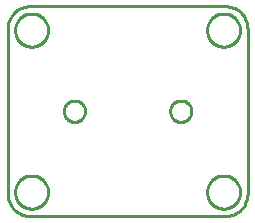
<source format=gbr>
G04 EAGLE Gerber RS-274X export*
G75*
%MOMM*%
%FSLAX34Y34*%
%LPD*%
%IN*%
%IPPOS*%
%AMOC8*
5,1,8,0,0,1.08239X$1,22.5*%
G01*
%ADD10C,0.254000*%


D10*
X0Y19050D02*
X73Y17390D01*
X289Y15742D01*
X649Y14120D01*
X1149Y12535D01*
X1785Y10999D01*
X2552Y9525D01*
X3445Y8123D01*
X4457Y6805D01*
X5580Y5580D01*
X6805Y4457D01*
X8123Y3445D01*
X9525Y2552D01*
X10999Y1785D01*
X12535Y1149D01*
X14120Y649D01*
X15742Y289D01*
X17390Y73D01*
X19050Y0D01*
X184150Y0D01*
X185810Y73D01*
X187458Y289D01*
X189081Y649D01*
X190665Y1149D01*
X192201Y1785D01*
X193675Y2552D01*
X195077Y3445D01*
X196395Y4457D01*
X197620Y5580D01*
X198743Y6805D01*
X199755Y8123D01*
X200648Y9525D01*
X201415Y10999D01*
X202051Y12535D01*
X202551Y14120D01*
X202911Y15742D01*
X203128Y17390D01*
X203200Y19050D01*
X203200Y158750D01*
X203128Y160410D01*
X202911Y162058D01*
X202551Y163681D01*
X202051Y165265D01*
X201415Y166801D01*
X200648Y168275D01*
X199755Y169677D01*
X198743Y170995D01*
X197620Y172220D01*
X196395Y173343D01*
X195077Y174355D01*
X193675Y175248D01*
X192201Y176015D01*
X190665Y176651D01*
X189081Y177151D01*
X187458Y177511D01*
X185810Y177728D01*
X184150Y177800D01*
X19050Y177800D01*
X17390Y177728D01*
X15742Y177511D01*
X14120Y177151D01*
X12535Y176651D01*
X10999Y176015D01*
X9525Y175248D01*
X8123Y174355D01*
X6805Y173343D01*
X5580Y172220D01*
X4457Y170995D01*
X3445Y169677D01*
X2552Y168275D01*
X1785Y166801D01*
X1149Y165265D01*
X649Y163681D01*
X289Y162058D01*
X73Y160410D01*
X0Y158750D01*
X0Y19050D01*
X34320Y156980D02*
X34249Y155983D01*
X34106Y154993D01*
X33894Y154016D01*
X33612Y153056D01*
X33263Y152119D01*
X32847Y151209D01*
X32368Y150332D01*
X31827Y149490D01*
X31228Y148690D01*
X30573Y147934D01*
X29866Y147227D01*
X29110Y146572D01*
X28310Y145973D01*
X27468Y145432D01*
X26591Y144953D01*
X25681Y144537D01*
X24744Y144188D01*
X23785Y143906D01*
X22807Y143694D01*
X21818Y143551D01*
X20820Y143480D01*
X19820Y143480D01*
X18823Y143551D01*
X17833Y143694D01*
X16856Y143906D01*
X15896Y144188D01*
X14959Y144537D01*
X14049Y144953D01*
X13172Y145432D01*
X12330Y145973D01*
X11530Y146572D01*
X10774Y147227D01*
X10067Y147934D01*
X9412Y148690D01*
X8813Y149490D01*
X8272Y150332D01*
X7793Y151209D01*
X7377Y152119D01*
X7028Y153056D01*
X6746Y154016D01*
X6534Y154993D01*
X6391Y155983D01*
X6320Y156980D01*
X6320Y157980D01*
X6391Y158978D01*
X6534Y159967D01*
X6746Y160945D01*
X7028Y161904D01*
X7377Y162841D01*
X7793Y163751D01*
X8272Y164628D01*
X8813Y165470D01*
X9412Y166270D01*
X10067Y167026D01*
X10774Y167733D01*
X11530Y168388D01*
X12330Y168987D01*
X13172Y169528D01*
X14049Y170007D01*
X14959Y170423D01*
X15896Y170772D01*
X16856Y171054D01*
X17833Y171266D01*
X18823Y171409D01*
X19820Y171480D01*
X20820Y171480D01*
X21818Y171409D01*
X22807Y171266D01*
X23785Y171054D01*
X24744Y170772D01*
X25681Y170423D01*
X26591Y170007D01*
X27468Y169528D01*
X28310Y168987D01*
X29110Y168388D01*
X29866Y167733D01*
X30573Y167026D01*
X31228Y166270D01*
X31827Y165470D01*
X32368Y164628D01*
X32847Y163751D01*
X33263Y162841D01*
X33612Y161904D01*
X33894Y160945D01*
X34106Y159967D01*
X34249Y158978D01*
X34320Y157980D01*
X34320Y156980D01*
X34320Y19820D02*
X34249Y18823D01*
X34106Y17833D01*
X33894Y16856D01*
X33612Y15896D01*
X33263Y14959D01*
X32847Y14049D01*
X32368Y13172D01*
X31827Y12330D01*
X31228Y11530D01*
X30573Y10774D01*
X29866Y10067D01*
X29110Y9412D01*
X28310Y8813D01*
X27468Y8272D01*
X26591Y7793D01*
X25681Y7377D01*
X24744Y7028D01*
X23785Y6746D01*
X22807Y6534D01*
X21818Y6391D01*
X20820Y6320D01*
X19820Y6320D01*
X18823Y6391D01*
X17833Y6534D01*
X16856Y6746D01*
X15896Y7028D01*
X14959Y7377D01*
X14049Y7793D01*
X13172Y8272D01*
X12330Y8813D01*
X11530Y9412D01*
X10774Y10067D01*
X10067Y10774D01*
X9412Y11530D01*
X8813Y12330D01*
X8272Y13172D01*
X7793Y14049D01*
X7377Y14959D01*
X7028Y15896D01*
X6746Y16856D01*
X6534Y17833D01*
X6391Y18823D01*
X6320Y19820D01*
X6320Y20820D01*
X6391Y21818D01*
X6534Y22807D01*
X6746Y23785D01*
X7028Y24744D01*
X7377Y25681D01*
X7793Y26591D01*
X8272Y27468D01*
X8813Y28310D01*
X9412Y29110D01*
X10067Y29866D01*
X10774Y30573D01*
X11530Y31228D01*
X12330Y31827D01*
X13172Y32368D01*
X14049Y32847D01*
X14959Y33263D01*
X15896Y33612D01*
X16856Y33894D01*
X17833Y34106D01*
X18823Y34249D01*
X19820Y34320D01*
X20820Y34320D01*
X21818Y34249D01*
X22807Y34106D01*
X23785Y33894D01*
X24744Y33612D01*
X25681Y33263D01*
X26591Y32847D01*
X27468Y32368D01*
X28310Y31827D01*
X29110Y31228D01*
X29866Y30573D01*
X30573Y29866D01*
X31228Y29110D01*
X31827Y28310D01*
X32368Y27468D01*
X32847Y26591D01*
X33263Y25681D01*
X33612Y24744D01*
X33894Y23785D01*
X34106Y22807D01*
X34249Y21818D01*
X34320Y20820D01*
X34320Y19820D01*
X196880Y156980D02*
X196809Y155983D01*
X196666Y154993D01*
X196454Y154016D01*
X196172Y153056D01*
X195823Y152119D01*
X195407Y151209D01*
X194928Y150332D01*
X194387Y149490D01*
X193788Y148690D01*
X193133Y147934D01*
X192426Y147227D01*
X191670Y146572D01*
X190870Y145973D01*
X190028Y145432D01*
X189151Y144953D01*
X188241Y144537D01*
X187304Y144188D01*
X186345Y143906D01*
X185367Y143694D01*
X184378Y143551D01*
X183380Y143480D01*
X182380Y143480D01*
X181383Y143551D01*
X180393Y143694D01*
X179416Y143906D01*
X178456Y144188D01*
X177519Y144537D01*
X176609Y144953D01*
X175732Y145432D01*
X174890Y145973D01*
X174090Y146572D01*
X173334Y147227D01*
X172627Y147934D01*
X171972Y148690D01*
X171373Y149490D01*
X170832Y150332D01*
X170353Y151209D01*
X169937Y152119D01*
X169588Y153056D01*
X169306Y154016D01*
X169094Y154993D01*
X168951Y155983D01*
X168880Y156980D01*
X168880Y157980D01*
X168951Y158978D01*
X169094Y159967D01*
X169306Y160945D01*
X169588Y161904D01*
X169937Y162841D01*
X170353Y163751D01*
X170832Y164628D01*
X171373Y165470D01*
X171972Y166270D01*
X172627Y167026D01*
X173334Y167733D01*
X174090Y168388D01*
X174890Y168987D01*
X175732Y169528D01*
X176609Y170007D01*
X177519Y170423D01*
X178456Y170772D01*
X179416Y171054D01*
X180393Y171266D01*
X181383Y171409D01*
X182380Y171480D01*
X183380Y171480D01*
X184378Y171409D01*
X185367Y171266D01*
X186345Y171054D01*
X187304Y170772D01*
X188241Y170423D01*
X189151Y170007D01*
X190028Y169528D01*
X190870Y168987D01*
X191670Y168388D01*
X192426Y167733D01*
X193133Y167026D01*
X193788Y166270D01*
X194387Y165470D01*
X194928Y164628D01*
X195407Y163751D01*
X195823Y162841D01*
X196172Y161904D01*
X196454Y160945D01*
X196666Y159967D01*
X196809Y158978D01*
X196880Y157980D01*
X196880Y156980D01*
X196880Y19820D02*
X196809Y18823D01*
X196666Y17833D01*
X196454Y16856D01*
X196172Y15896D01*
X195823Y14959D01*
X195407Y14049D01*
X194928Y13172D01*
X194387Y12330D01*
X193788Y11530D01*
X193133Y10774D01*
X192426Y10067D01*
X191670Y9412D01*
X190870Y8813D01*
X190028Y8272D01*
X189151Y7793D01*
X188241Y7377D01*
X187304Y7028D01*
X186345Y6746D01*
X185367Y6534D01*
X184378Y6391D01*
X183380Y6320D01*
X182380Y6320D01*
X181383Y6391D01*
X180393Y6534D01*
X179416Y6746D01*
X178456Y7028D01*
X177519Y7377D01*
X176609Y7793D01*
X175732Y8272D01*
X174890Y8813D01*
X174090Y9412D01*
X173334Y10067D01*
X172627Y10774D01*
X171972Y11530D01*
X171373Y12330D01*
X170832Y13172D01*
X170353Y14049D01*
X169937Y14959D01*
X169588Y15896D01*
X169306Y16856D01*
X169094Y17833D01*
X168951Y18823D01*
X168880Y19820D01*
X168880Y20820D01*
X168951Y21818D01*
X169094Y22807D01*
X169306Y23785D01*
X169588Y24744D01*
X169937Y25681D01*
X170353Y26591D01*
X170832Y27468D01*
X171373Y28310D01*
X171972Y29110D01*
X172627Y29866D01*
X173334Y30573D01*
X174090Y31228D01*
X174890Y31827D01*
X175732Y32368D01*
X176609Y32847D01*
X177519Y33263D01*
X178456Y33612D01*
X179416Y33894D01*
X180393Y34106D01*
X181383Y34249D01*
X182380Y34320D01*
X183380Y34320D01*
X184378Y34249D01*
X185367Y34106D01*
X186345Y33894D01*
X187304Y33612D01*
X188241Y33263D01*
X189151Y32847D01*
X190028Y32368D01*
X190870Y31827D01*
X191670Y31228D01*
X192426Y30573D01*
X193133Y29866D01*
X193788Y29110D01*
X194387Y28310D01*
X194928Y27468D01*
X195407Y26591D01*
X195823Y25681D01*
X196172Y24744D01*
X196454Y23785D01*
X196666Y22807D01*
X196809Y21818D01*
X196880Y20820D01*
X196880Y19820D01*
X56248Y97917D02*
X55464Y97848D01*
X54689Y97712D01*
X53928Y97508D01*
X53188Y97239D01*
X52474Y96906D01*
X51793Y96512D01*
X51148Y96060D01*
X50544Y95554D01*
X49988Y94998D01*
X49482Y94394D01*
X49030Y93749D01*
X48636Y93068D01*
X48303Y92354D01*
X48034Y91614D01*
X47830Y90854D01*
X47694Y90078D01*
X47625Y89294D01*
X47625Y88506D01*
X47694Y87722D01*
X47830Y86947D01*
X48034Y86186D01*
X48303Y85446D01*
X48636Y84732D01*
X49030Y84051D01*
X49482Y83406D01*
X49988Y82802D01*
X50544Y82246D01*
X51148Y81740D01*
X51793Y81288D01*
X52474Y80894D01*
X53188Y80561D01*
X53928Y80292D01*
X54689Y80088D01*
X55464Y79952D01*
X56248Y79883D01*
X57036Y79883D01*
X57820Y79952D01*
X58596Y80088D01*
X59356Y80292D01*
X60096Y80561D01*
X60810Y80894D01*
X61491Y81288D01*
X62136Y81740D01*
X62740Y82246D01*
X63296Y82802D01*
X63802Y83406D01*
X64254Y84051D01*
X64648Y84732D01*
X64981Y85446D01*
X65250Y86186D01*
X65454Y86947D01*
X65590Y87722D01*
X65659Y88506D01*
X65659Y89294D01*
X65590Y90078D01*
X65454Y90854D01*
X65250Y91614D01*
X64981Y92354D01*
X64648Y93068D01*
X64254Y93749D01*
X63802Y94394D01*
X63296Y94998D01*
X62740Y95554D01*
X62136Y96060D01*
X61491Y96512D01*
X60810Y96906D01*
X60096Y97239D01*
X59356Y97508D01*
X58596Y97712D01*
X57820Y97848D01*
X57036Y97917D01*
X56248Y97917D01*
X146164Y97917D02*
X145380Y97848D01*
X144605Y97712D01*
X143844Y97508D01*
X143104Y97239D01*
X142390Y96906D01*
X141709Y96512D01*
X141064Y96060D01*
X140460Y95554D01*
X139904Y94998D01*
X139398Y94394D01*
X138946Y93749D01*
X138552Y93068D01*
X138219Y92354D01*
X137950Y91614D01*
X137746Y90854D01*
X137610Y90078D01*
X137541Y89294D01*
X137541Y88506D01*
X137610Y87722D01*
X137746Y86947D01*
X137950Y86186D01*
X138219Y85446D01*
X138552Y84732D01*
X138946Y84051D01*
X139398Y83406D01*
X139904Y82802D01*
X140460Y82246D01*
X141064Y81740D01*
X141709Y81288D01*
X142390Y80894D01*
X143104Y80561D01*
X143844Y80292D01*
X144605Y80088D01*
X145380Y79952D01*
X146164Y79883D01*
X146952Y79883D01*
X147736Y79952D01*
X148512Y80088D01*
X149272Y80292D01*
X150012Y80561D01*
X150726Y80894D01*
X151407Y81288D01*
X152052Y81740D01*
X152656Y82246D01*
X153212Y82802D01*
X153718Y83406D01*
X154170Y84051D01*
X154564Y84732D01*
X154897Y85446D01*
X155166Y86186D01*
X155370Y86947D01*
X155506Y87722D01*
X155575Y88506D01*
X155575Y89294D01*
X155506Y90078D01*
X155370Y90854D01*
X155166Y91614D01*
X154897Y92354D01*
X154564Y93068D01*
X154170Y93749D01*
X153718Y94394D01*
X153212Y94998D01*
X152656Y95554D01*
X152052Y96060D01*
X151407Y96512D01*
X150726Y96906D01*
X150012Y97239D01*
X149272Y97508D01*
X148512Y97712D01*
X147736Y97848D01*
X146952Y97917D01*
X146164Y97917D01*
M02*

</source>
